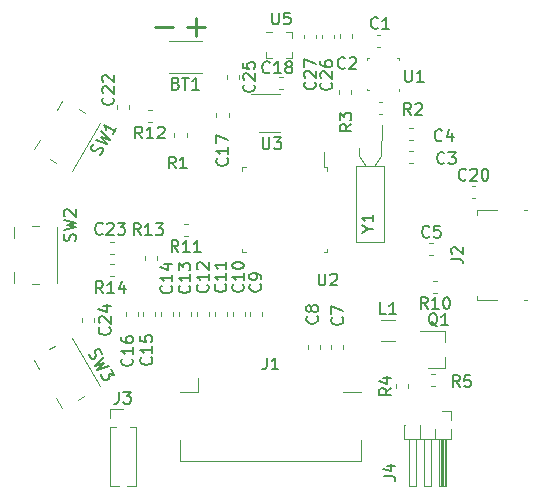
<source format=gbr>
G04 #@! TF.GenerationSoftware,KiCad,Pcbnew,5.1.8-1.fc33*
G04 #@! TF.CreationDate,2020-12-20T15:22:41+01:00*
G04 #@! TF.ProjectId,venom,76656e6f-6d2e-46b6-9963-61645f706362,rev?*
G04 #@! TF.SameCoordinates,Original*
G04 #@! TF.FileFunction,Legend,Top*
G04 #@! TF.FilePolarity,Positive*
%FSLAX46Y46*%
G04 Gerber Fmt 4.6, Leading zero omitted, Abs format (unit mm)*
G04 Created by KiCad (PCBNEW 5.1.8-1.fc33) date 2020-12-20 15:22:41*
%MOMM*%
%LPD*%
G01*
G04 APERTURE LIST*
%ADD10C,0.220000*%
%ADD11C,0.120000*%
%ADD12C,0.100000*%
%ADD13C,0.150000*%
G04 APERTURE END LIST*
D10*
X149728095Y-99482857D02*
X151251904Y-99482857D01*
X152400095Y-99456857D02*
X153923904Y-99456857D01*
X153162000Y-100218761D02*
X153162000Y-98694952D01*
D11*
X166755000Y-111274000D02*
X166755000Y-117674000D01*
X166755000Y-117674000D02*
X169155000Y-117674000D01*
X169155000Y-117674000D02*
X169155000Y-111274000D01*
X169155000Y-111274000D02*
X166755000Y-111274000D01*
X167605000Y-111274000D02*
X167005000Y-110374000D01*
X167005000Y-110374000D02*
X167005000Y-109702600D01*
X168305000Y-111274000D02*
X168905000Y-110374000D01*
X168905000Y-110374000D02*
X168910000Y-107797600D01*
D12*
X170370000Y-102120000D02*
X170220000Y-102120000D01*
X170370000Y-102130000D02*
X170370000Y-102280000D01*
X167670000Y-102130000D02*
X167670000Y-102280000D01*
X167670000Y-102130000D02*
X167820000Y-102130000D01*
X167820000Y-104830000D02*
X167670000Y-104830000D01*
X167670000Y-104830000D02*
X167670000Y-104680000D01*
X170370000Y-104680000D02*
X170370000Y-104930000D01*
D11*
X153350000Y-130410000D02*
X151860000Y-130410000D01*
X165670000Y-130410000D02*
X167160000Y-130410000D01*
X151860000Y-134470000D02*
X151860000Y-136210000D01*
X151860000Y-136210000D02*
X167160000Y-136210000D01*
X167160000Y-136210000D02*
X167160000Y-134470000D01*
X153350000Y-130410000D02*
X153350000Y-129210000D01*
X139482853Y-127649840D02*
X139945353Y-128450914D01*
X142687147Y-125799840D02*
X145037147Y-129870160D01*
X143723157Y-130744262D02*
X143246843Y-131019262D01*
X141273157Y-126500738D02*
X140796843Y-126775738D01*
X141370353Y-130919086D02*
X141832853Y-131720160D01*
X153692064Y-103400000D02*
X150887936Y-103400000D01*
X153692064Y-100680000D02*
X150887936Y-100680000D01*
X168818779Y-100150000D02*
X168493221Y-100150000D01*
X168818779Y-101170000D02*
X168493221Y-101170000D01*
X165400000Y-100422779D02*
X165400000Y-100097221D01*
X166420000Y-100422779D02*
X166420000Y-100097221D01*
X171257221Y-109930000D02*
X171582779Y-109930000D01*
X171257221Y-110950000D02*
X171582779Y-110950000D01*
X171277221Y-109060000D02*
X171602779Y-109060000D01*
X171277221Y-108040000D02*
X171602779Y-108040000D01*
X172967221Y-118790000D02*
X173292779Y-118790000D01*
X172967221Y-117770000D02*
X173292779Y-117770000D01*
X164630000Y-126762779D02*
X164630000Y-126437221D01*
X165650000Y-126762779D02*
X165650000Y-126437221D01*
X162720000Y-126742779D02*
X162720000Y-126417221D01*
X163740000Y-126742779D02*
X163740000Y-126417221D01*
X158830000Y-123942779D02*
X158830000Y-123617221D01*
X157810000Y-123942779D02*
X157810000Y-123617221D01*
X157320000Y-123942779D02*
X157320000Y-123617221D01*
X156300000Y-123942779D02*
X156300000Y-123617221D01*
X154790000Y-123942779D02*
X154790000Y-123617221D01*
X155810000Y-123942779D02*
X155810000Y-123617221D01*
X153280000Y-123932779D02*
X153280000Y-123607221D01*
X154300000Y-123932779D02*
X154300000Y-123607221D01*
X152790000Y-123932779D02*
X152790000Y-123607221D01*
X151770000Y-123932779D02*
X151770000Y-123607221D01*
X150260000Y-123932779D02*
X150260000Y-123607221D01*
X151280000Y-123932779D02*
X151280000Y-123607221D01*
X149770000Y-123932779D02*
X149770000Y-123607221D01*
X148750000Y-123932779D02*
X148750000Y-123607221D01*
X148260000Y-123932779D02*
X148260000Y-123607221D01*
X147240000Y-123932779D02*
X147240000Y-123607221D01*
X154938000Y-106771221D02*
X154938000Y-107096779D01*
X155958000Y-106771221D02*
X155958000Y-107096779D01*
X160563779Y-104708420D02*
X160238221Y-104708420D01*
X160563779Y-103688420D02*
X160238221Y-103688420D01*
X174308040Y-128374260D02*
X174308040Y-127444260D01*
X174308040Y-125214260D02*
X174308040Y-126144260D01*
X174308040Y-125214260D02*
X172148040Y-125214260D01*
X174308040Y-128374260D02*
X172848040Y-128374260D01*
X152402000Y-108439721D02*
X152402000Y-108765279D01*
X151382000Y-108439721D02*
X151382000Y-108765279D01*
X168992779Y-105860000D02*
X168667221Y-105860000D01*
X168992779Y-106880000D02*
X168667221Y-106880000D01*
X165280000Y-105102779D02*
X165280000Y-104777221D01*
X166300000Y-105102779D02*
X166300000Y-104777221D01*
X171126880Y-129676941D02*
X171126880Y-130002499D01*
X170106880Y-129676941D02*
X170106880Y-130002499D01*
X173141421Y-129841720D02*
X173466979Y-129841720D01*
X173141421Y-128821720D02*
X173466979Y-128821720D01*
X141872853Y-105739840D02*
X141410353Y-106540914D01*
X145077147Y-107589840D02*
X142727147Y-111660160D01*
X141313157Y-110959262D02*
X140836843Y-110684262D01*
X143763157Y-106715738D02*
X143286843Y-106440738D01*
X139985353Y-109009086D02*
X139522853Y-109810160D01*
X137760000Y-120205000D02*
X137760000Y-121130000D01*
X139885000Y-116330000D02*
X139335000Y-116330000D01*
X139885000Y-121230000D02*
X139335000Y-121230000D01*
X141460000Y-116430000D02*
X141460000Y-121130000D01*
X137760000Y-116430000D02*
X137760000Y-117355000D01*
X158510000Y-108390000D02*
X160310000Y-108390000D01*
X160310000Y-105170000D02*
X157860000Y-105170000D01*
X176960000Y-114970000D02*
X176960000Y-115350000D01*
X181010000Y-114970000D02*
X181270000Y-114970000D01*
X176960000Y-114970000D02*
X178730000Y-114970000D01*
X176960000Y-122590000D02*
X176960000Y-122210000D01*
X178730000Y-122590000D02*
X176960000Y-122590000D01*
X181270000Y-122590000D02*
X181010000Y-122590000D01*
X173612779Y-120940000D02*
X173287221Y-120940000D01*
X173612779Y-121960000D02*
X173287221Y-121960000D01*
X152512779Y-117160000D02*
X152187221Y-117160000D01*
X152512779Y-116140000D02*
X152187221Y-116140000D01*
X157100000Y-118250000D02*
X157100000Y-118550000D01*
X157100000Y-118550000D02*
X157400000Y-118550000D01*
X157100000Y-111630000D02*
X157100000Y-111330000D01*
X157100000Y-111330000D02*
X157400000Y-111330000D01*
X164320000Y-118250000D02*
X164320000Y-118550000D01*
X164320000Y-118550000D02*
X164020000Y-118550000D01*
X164320000Y-111630000D02*
X164320000Y-111330000D01*
X164320000Y-111330000D02*
X164020000Y-111330000D01*
X164020000Y-111330000D02*
X164020000Y-110015000D01*
X176537221Y-113960000D02*
X176862779Y-113960000D01*
X176537221Y-112940000D02*
X176862779Y-112940000D01*
X146500000Y-106432779D02*
X146500000Y-106107221D01*
X147520000Y-106432779D02*
X147520000Y-106107221D01*
X146252779Y-117710000D02*
X145927221Y-117710000D01*
X146252779Y-118730000D02*
X145927221Y-118730000D01*
X144600000Y-124107221D02*
X144600000Y-124432779D01*
X143580000Y-124107221D02*
X143580000Y-124432779D01*
X149442779Y-107530000D02*
X149117221Y-107530000D01*
X149442779Y-106510000D02*
X149117221Y-106510000D01*
X149930000Y-119162779D02*
X149930000Y-118837221D01*
X148910000Y-119162779D02*
X148910000Y-118837221D01*
X146252779Y-120540000D02*
X145927221Y-120540000D01*
X146252779Y-119520000D02*
X145927221Y-119520000D01*
X168847936Y-124240000D02*
X170052064Y-124240000D01*
X168847936Y-126060000D02*
X170052064Y-126060000D01*
X145902660Y-138368080D02*
X146705130Y-138368080D01*
X147320190Y-138368080D02*
X148122660Y-138368080D01*
X145902660Y-133353080D02*
X145902660Y-138368080D01*
X148122660Y-133353080D02*
X148122660Y-138368080D01*
X145902660Y-133353080D02*
X146449189Y-133353080D01*
X147576131Y-133353080D02*
X148122660Y-133353080D01*
X145902660Y-132593080D02*
X145902660Y-131833080D01*
X145902660Y-131833080D02*
X147012660Y-131833080D01*
X159100000Y-99900000D02*
X159100000Y-99900000D01*
X159600000Y-99900000D02*
X159100000Y-99900000D01*
X159100000Y-101600000D02*
X159100000Y-101600000D01*
X159100000Y-102100000D02*
X159100000Y-101600000D01*
X159600000Y-102100000D02*
X159100000Y-102100000D01*
X160800000Y-102100000D02*
X160800000Y-102100000D01*
X161300000Y-102100000D02*
X160800000Y-102100000D01*
X161300000Y-101600000D02*
X161300000Y-102100000D01*
X161300000Y-100400000D02*
X161300000Y-100400000D01*
X161300000Y-99900000D02*
X161300000Y-100400000D01*
X160800000Y-99900000D02*
X161300000Y-99900000D01*
X156810000Y-103559420D02*
X156810000Y-103840580D01*
X155790000Y-103559420D02*
X155790000Y-103840580D01*
X164900000Y-100405580D02*
X164900000Y-100124420D01*
X163880000Y-100405580D02*
X163880000Y-100124420D01*
X163380000Y-100400580D02*
X163380000Y-100119420D01*
X162360000Y-100400580D02*
X162360000Y-100119420D01*
X174763740Y-133530880D02*
X174763740Y-134330880D01*
X174763740Y-134330880D02*
X170833740Y-134330880D01*
X170833740Y-134330880D02*
X170833740Y-133210880D01*
X170833740Y-133210880D02*
X170909063Y-133210880D01*
X174328740Y-134330880D02*
X174328740Y-138330880D01*
X174328740Y-138330880D02*
X173808740Y-138330880D01*
X173808740Y-138330880D02*
X173808740Y-134330880D01*
X174268740Y-134330880D02*
X174268740Y-138330880D01*
X174148740Y-134330880D02*
X174148740Y-138330880D01*
X174028740Y-134330880D02*
X174028740Y-138330880D01*
X173908740Y-134330880D02*
X173908740Y-138330880D01*
X173433740Y-133530880D02*
X173433740Y-134330880D01*
X173058740Y-134330880D02*
X173058740Y-138330880D01*
X173058740Y-138330880D02*
X172538740Y-138330880D01*
X172538740Y-138330880D02*
X172538740Y-134330880D01*
X172163740Y-133210880D02*
X172163740Y-134330880D01*
X172179063Y-133210880D02*
X172148417Y-133210880D01*
X171788740Y-134330880D02*
X171788740Y-138330880D01*
X171788740Y-138330880D02*
X171268740Y-138330880D01*
X171268740Y-138330880D02*
X171268740Y-134330880D01*
X174068740Y-132010880D02*
X174828740Y-132010880D01*
X174828740Y-132010880D02*
X174828740Y-132770880D01*
D13*
X167743190Y-116554190D02*
X168219380Y-116554190D01*
X167219380Y-116887523D02*
X167743190Y-116554190D01*
X167219380Y-116220857D01*
X168219380Y-115363714D02*
X168219380Y-115935142D01*
X168219380Y-115649428D02*
X167219380Y-115649428D01*
X167362238Y-115744666D01*
X167457476Y-115839904D01*
X167505095Y-115935142D01*
X170898095Y-103122380D02*
X170898095Y-103931904D01*
X170945714Y-104027142D01*
X170993333Y-104074761D01*
X171088571Y-104122380D01*
X171279047Y-104122380D01*
X171374285Y-104074761D01*
X171421904Y-104027142D01*
X171469523Y-103931904D01*
X171469523Y-103122380D01*
X172469523Y-104122380D02*
X171898095Y-104122380D01*
X172183809Y-104122380D02*
X172183809Y-103122380D01*
X172088571Y-103265238D01*
X171993333Y-103360476D01*
X171898095Y-103408095D01*
X159176666Y-127462380D02*
X159176666Y-128176666D01*
X159129047Y-128319523D01*
X159033809Y-128414761D01*
X158890952Y-128462380D01*
X158795714Y-128462380D01*
X160176666Y-128462380D02*
X159605238Y-128462380D01*
X159890952Y-128462380D02*
X159890952Y-127462380D01*
X159795714Y-127605238D01*
X159700476Y-127700476D01*
X159605238Y-127748095D01*
X144142799Y-127127680D02*
X144172988Y-127275207D01*
X144292036Y-127481404D01*
X144380894Y-127540073D01*
X144445943Y-127557503D01*
X144552231Y-127551123D01*
X144634710Y-127503504D01*
X144693379Y-127414646D01*
X144710808Y-127349597D01*
X144704429Y-127243309D01*
X144650430Y-127054542D01*
X144644050Y-126948254D01*
X144661480Y-126883205D01*
X144720149Y-126794347D01*
X144802628Y-126746728D01*
X144908916Y-126740348D01*
X144973965Y-126757778D01*
X145062823Y-126816447D01*
X145181871Y-127022643D01*
X145212060Y-127170171D01*
X145419966Y-127435036D02*
X144672988Y-128141233D01*
X145386816Y-127949047D01*
X144863464Y-128471147D01*
X145848537Y-128177344D01*
X145991394Y-128424780D02*
X146300918Y-128960891D01*
X145804337Y-128862692D01*
X145875766Y-128986409D01*
X145882145Y-129092698D01*
X145864716Y-129157746D01*
X145806047Y-129246605D01*
X145599850Y-129365652D01*
X145493562Y-129372032D01*
X145428513Y-129354602D01*
X145339655Y-129295933D01*
X145196798Y-129048497D01*
X145190418Y-128942209D01*
X145207848Y-128877161D01*
X151504285Y-104248571D02*
X151647142Y-104296190D01*
X151694761Y-104343809D01*
X151742380Y-104439047D01*
X151742380Y-104581904D01*
X151694761Y-104677142D01*
X151647142Y-104724761D01*
X151551904Y-104772380D01*
X151170952Y-104772380D01*
X151170952Y-103772380D01*
X151504285Y-103772380D01*
X151599523Y-103820000D01*
X151647142Y-103867619D01*
X151694761Y-103962857D01*
X151694761Y-104058095D01*
X151647142Y-104153333D01*
X151599523Y-104200952D01*
X151504285Y-104248571D01*
X151170952Y-104248571D01*
X152028095Y-103772380D02*
X152599523Y-103772380D01*
X152313809Y-104772380D02*
X152313809Y-103772380D01*
X153456666Y-104772380D02*
X152885238Y-104772380D01*
X153170952Y-104772380D02*
X153170952Y-103772380D01*
X153075714Y-103915238D01*
X152980476Y-104010476D01*
X152885238Y-104058095D01*
X168603333Y-99547142D02*
X168555714Y-99594761D01*
X168412857Y-99642380D01*
X168317619Y-99642380D01*
X168174761Y-99594761D01*
X168079523Y-99499523D01*
X168031904Y-99404285D01*
X167984285Y-99213809D01*
X167984285Y-99070952D01*
X168031904Y-98880476D01*
X168079523Y-98785238D01*
X168174761Y-98690000D01*
X168317619Y-98642380D01*
X168412857Y-98642380D01*
X168555714Y-98690000D01*
X168603333Y-98737619D01*
X169555714Y-99642380D02*
X168984285Y-99642380D01*
X169270000Y-99642380D02*
X169270000Y-98642380D01*
X169174761Y-98785238D01*
X169079523Y-98880476D01*
X168984285Y-98928095D01*
X165823333Y-102937142D02*
X165775714Y-102984761D01*
X165632857Y-103032380D01*
X165537619Y-103032380D01*
X165394761Y-102984761D01*
X165299523Y-102889523D01*
X165251904Y-102794285D01*
X165204285Y-102603809D01*
X165204285Y-102460952D01*
X165251904Y-102270476D01*
X165299523Y-102175238D01*
X165394761Y-102080000D01*
X165537619Y-102032380D01*
X165632857Y-102032380D01*
X165775714Y-102080000D01*
X165823333Y-102127619D01*
X166204285Y-102127619D02*
X166251904Y-102080000D01*
X166347142Y-102032380D01*
X166585238Y-102032380D01*
X166680476Y-102080000D01*
X166728095Y-102127619D01*
X166775714Y-102222857D01*
X166775714Y-102318095D01*
X166728095Y-102460952D01*
X166156666Y-103032380D01*
X166775714Y-103032380D01*
X174233333Y-110967142D02*
X174185714Y-111014761D01*
X174042857Y-111062380D01*
X173947619Y-111062380D01*
X173804761Y-111014761D01*
X173709523Y-110919523D01*
X173661904Y-110824285D01*
X173614285Y-110633809D01*
X173614285Y-110490952D01*
X173661904Y-110300476D01*
X173709523Y-110205238D01*
X173804761Y-110110000D01*
X173947619Y-110062380D01*
X174042857Y-110062380D01*
X174185714Y-110110000D01*
X174233333Y-110157619D01*
X174566666Y-110062380D02*
X175185714Y-110062380D01*
X174852380Y-110443333D01*
X174995238Y-110443333D01*
X175090476Y-110490952D01*
X175138095Y-110538571D01*
X175185714Y-110633809D01*
X175185714Y-110871904D01*
X175138095Y-110967142D01*
X175090476Y-111014761D01*
X174995238Y-111062380D01*
X174709523Y-111062380D01*
X174614285Y-111014761D01*
X174566666Y-110967142D01*
X174033333Y-109047142D02*
X173985714Y-109094761D01*
X173842857Y-109142380D01*
X173747619Y-109142380D01*
X173604761Y-109094761D01*
X173509523Y-108999523D01*
X173461904Y-108904285D01*
X173414285Y-108713809D01*
X173414285Y-108570952D01*
X173461904Y-108380476D01*
X173509523Y-108285238D01*
X173604761Y-108190000D01*
X173747619Y-108142380D01*
X173842857Y-108142380D01*
X173985714Y-108190000D01*
X174033333Y-108237619D01*
X174890476Y-108475714D02*
X174890476Y-109142380D01*
X174652380Y-108094761D02*
X174414285Y-108809047D01*
X175033333Y-108809047D01*
X172963333Y-117207142D02*
X172915714Y-117254761D01*
X172772857Y-117302380D01*
X172677619Y-117302380D01*
X172534761Y-117254761D01*
X172439523Y-117159523D01*
X172391904Y-117064285D01*
X172344285Y-116873809D01*
X172344285Y-116730952D01*
X172391904Y-116540476D01*
X172439523Y-116445238D01*
X172534761Y-116350000D01*
X172677619Y-116302380D01*
X172772857Y-116302380D01*
X172915714Y-116350000D01*
X172963333Y-116397619D01*
X173868095Y-116302380D02*
X173391904Y-116302380D01*
X173344285Y-116778571D01*
X173391904Y-116730952D01*
X173487142Y-116683333D01*
X173725238Y-116683333D01*
X173820476Y-116730952D01*
X173868095Y-116778571D01*
X173915714Y-116873809D01*
X173915714Y-117111904D01*
X173868095Y-117207142D01*
X173820476Y-117254761D01*
X173725238Y-117302380D01*
X173487142Y-117302380D01*
X173391904Y-117254761D01*
X173344285Y-117207142D01*
X165567142Y-124066666D02*
X165614761Y-124114285D01*
X165662380Y-124257142D01*
X165662380Y-124352380D01*
X165614761Y-124495238D01*
X165519523Y-124590476D01*
X165424285Y-124638095D01*
X165233809Y-124685714D01*
X165090952Y-124685714D01*
X164900476Y-124638095D01*
X164805238Y-124590476D01*
X164710000Y-124495238D01*
X164662380Y-124352380D01*
X164662380Y-124257142D01*
X164710000Y-124114285D01*
X164757619Y-124066666D01*
X164662380Y-123733333D02*
X164662380Y-123066666D01*
X165662380Y-123495238D01*
X163447142Y-123966666D02*
X163494761Y-124014285D01*
X163542380Y-124157142D01*
X163542380Y-124252380D01*
X163494761Y-124395238D01*
X163399523Y-124490476D01*
X163304285Y-124538095D01*
X163113809Y-124585714D01*
X162970952Y-124585714D01*
X162780476Y-124538095D01*
X162685238Y-124490476D01*
X162590000Y-124395238D01*
X162542380Y-124252380D01*
X162542380Y-124157142D01*
X162590000Y-124014285D01*
X162637619Y-123966666D01*
X162970952Y-123395238D02*
X162923333Y-123490476D01*
X162875714Y-123538095D01*
X162780476Y-123585714D01*
X162732857Y-123585714D01*
X162637619Y-123538095D01*
X162590000Y-123490476D01*
X162542380Y-123395238D01*
X162542380Y-123204761D01*
X162590000Y-123109523D01*
X162637619Y-123061904D01*
X162732857Y-123014285D01*
X162780476Y-123014285D01*
X162875714Y-123061904D01*
X162923333Y-123109523D01*
X162970952Y-123204761D01*
X162970952Y-123395238D01*
X163018571Y-123490476D01*
X163066190Y-123538095D01*
X163161428Y-123585714D01*
X163351904Y-123585714D01*
X163447142Y-123538095D01*
X163494761Y-123490476D01*
X163542380Y-123395238D01*
X163542380Y-123204761D01*
X163494761Y-123109523D01*
X163447142Y-123061904D01*
X163351904Y-123014285D01*
X163161428Y-123014285D01*
X163066190Y-123061904D01*
X163018571Y-123109523D01*
X162970952Y-123204761D01*
X158637142Y-121256666D02*
X158684761Y-121304285D01*
X158732380Y-121447142D01*
X158732380Y-121542380D01*
X158684761Y-121685238D01*
X158589523Y-121780476D01*
X158494285Y-121828095D01*
X158303809Y-121875714D01*
X158160952Y-121875714D01*
X157970476Y-121828095D01*
X157875238Y-121780476D01*
X157780000Y-121685238D01*
X157732380Y-121542380D01*
X157732380Y-121447142D01*
X157780000Y-121304285D01*
X157827619Y-121256666D01*
X158732380Y-120780476D02*
X158732380Y-120590000D01*
X158684761Y-120494761D01*
X158637142Y-120447142D01*
X158494285Y-120351904D01*
X158303809Y-120304285D01*
X157922857Y-120304285D01*
X157827619Y-120351904D01*
X157780000Y-120399523D01*
X157732380Y-120494761D01*
X157732380Y-120685238D01*
X157780000Y-120780476D01*
X157827619Y-120828095D01*
X157922857Y-120875714D01*
X158160952Y-120875714D01*
X158256190Y-120828095D01*
X158303809Y-120780476D01*
X158351428Y-120685238D01*
X158351428Y-120494761D01*
X158303809Y-120399523D01*
X158256190Y-120351904D01*
X158160952Y-120304285D01*
X157167142Y-121272857D02*
X157214761Y-121320476D01*
X157262380Y-121463333D01*
X157262380Y-121558571D01*
X157214761Y-121701428D01*
X157119523Y-121796666D01*
X157024285Y-121844285D01*
X156833809Y-121891904D01*
X156690952Y-121891904D01*
X156500476Y-121844285D01*
X156405238Y-121796666D01*
X156310000Y-121701428D01*
X156262380Y-121558571D01*
X156262380Y-121463333D01*
X156310000Y-121320476D01*
X156357619Y-121272857D01*
X157262380Y-120320476D02*
X157262380Y-120891904D01*
X157262380Y-120606190D02*
X156262380Y-120606190D01*
X156405238Y-120701428D01*
X156500476Y-120796666D01*
X156548095Y-120891904D01*
X156262380Y-119701428D02*
X156262380Y-119606190D01*
X156310000Y-119510952D01*
X156357619Y-119463333D01*
X156452857Y-119415714D01*
X156643333Y-119368095D01*
X156881428Y-119368095D01*
X157071904Y-119415714D01*
X157167142Y-119463333D01*
X157214761Y-119510952D01*
X157262380Y-119606190D01*
X157262380Y-119701428D01*
X157214761Y-119796666D01*
X157167142Y-119844285D01*
X157071904Y-119891904D01*
X156881428Y-119939523D01*
X156643333Y-119939523D01*
X156452857Y-119891904D01*
X156357619Y-119844285D01*
X156310000Y-119796666D01*
X156262380Y-119701428D01*
X155677142Y-121272857D02*
X155724761Y-121320476D01*
X155772380Y-121463333D01*
X155772380Y-121558571D01*
X155724761Y-121701428D01*
X155629523Y-121796666D01*
X155534285Y-121844285D01*
X155343809Y-121891904D01*
X155200952Y-121891904D01*
X155010476Y-121844285D01*
X154915238Y-121796666D01*
X154820000Y-121701428D01*
X154772380Y-121558571D01*
X154772380Y-121463333D01*
X154820000Y-121320476D01*
X154867619Y-121272857D01*
X155772380Y-120320476D02*
X155772380Y-120891904D01*
X155772380Y-120606190D02*
X154772380Y-120606190D01*
X154915238Y-120701428D01*
X155010476Y-120796666D01*
X155058095Y-120891904D01*
X155772380Y-119368095D02*
X155772380Y-119939523D01*
X155772380Y-119653809D02*
X154772380Y-119653809D01*
X154915238Y-119749047D01*
X155010476Y-119844285D01*
X155058095Y-119939523D01*
X154167142Y-121302857D02*
X154214761Y-121350476D01*
X154262380Y-121493333D01*
X154262380Y-121588571D01*
X154214761Y-121731428D01*
X154119523Y-121826666D01*
X154024285Y-121874285D01*
X153833809Y-121921904D01*
X153690952Y-121921904D01*
X153500476Y-121874285D01*
X153405238Y-121826666D01*
X153310000Y-121731428D01*
X153262380Y-121588571D01*
X153262380Y-121493333D01*
X153310000Y-121350476D01*
X153357619Y-121302857D01*
X154262380Y-120350476D02*
X154262380Y-120921904D01*
X154262380Y-120636190D02*
X153262380Y-120636190D01*
X153405238Y-120731428D01*
X153500476Y-120826666D01*
X153548095Y-120921904D01*
X153357619Y-119969523D02*
X153310000Y-119921904D01*
X153262380Y-119826666D01*
X153262380Y-119588571D01*
X153310000Y-119493333D01*
X153357619Y-119445714D01*
X153452857Y-119398095D01*
X153548095Y-119398095D01*
X153690952Y-119445714D01*
X154262380Y-120017142D01*
X154262380Y-119398095D01*
X152637142Y-121372857D02*
X152684761Y-121420476D01*
X152732380Y-121563333D01*
X152732380Y-121658571D01*
X152684761Y-121801428D01*
X152589523Y-121896666D01*
X152494285Y-121944285D01*
X152303809Y-121991904D01*
X152160952Y-121991904D01*
X151970476Y-121944285D01*
X151875238Y-121896666D01*
X151780000Y-121801428D01*
X151732380Y-121658571D01*
X151732380Y-121563333D01*
X151780000Y-121420476D01*
X151827619Y-121372857D01*
X152732380Y-120420476D02*
X152732380Y-120991904D01*
X152732380Y-120706190D02*
X151732380Y-120706190D01*
X151875238Y-120801428D01*
X151970476Y-120896666D01*
X152018095Y-120991904D01*
X151732380Y-120087142D02*
X151732380Y-119468095D01*
X152113333Y-119801428D01*
X152113333Y-119658571D01*
X152160952Y-119563333D01*
X152208571Y-119515714D01*
X152303809Y-119468095D01*
X152541904Y-119468095D01*
X152637142Y-119515714D01*
X152684761Y-119563333D01*
X152732380Y-119658571D01*
X152732380Y-119944285D01*
X152684761Y-120039523D01*
X152637142Y-120087142D01*
X151097142Y-121382857D02*
X151144761Y-121430476D01*
X151192380Y-121573333D01*
X151192380Y-121668571D01*
X151144761Y-121811428D01*
X151049523Y-121906666D01*
X150954285Y-121954285D01*
X150763809Y-122001904D01*
X150620952Y-122001904D01*
X150430476Y-121954285D01*
X150335238Y-121906666D01*
X150240000Y-121811428D01*
X150192380Y-121668571D01*
X150192380Y-121573333D01*
X150240000Y-121430476D01*
X150287619Y-121382857D01*
X151192380Y-120430476D02*
X151192380Y-121001904D01*
X151192380Y-120716190D02*
X150192380Y-120716190D01*
X150335238Y-120811428D01*
X150430476Y-120906666D01*
X150478095Y-121001904D01*
X150525714Y-119573333D02*
X151192380Y-119573333D01*
X150144761Y-119811428D02*
X150859047Y-120049523D01*
X150859047Y-119430476D01*
X149407142Y-127452857D02*
X149454761Y-127500476D01*
X149502380Y-127643333D01*
X149502380Y-127738571D01*
X149454761Y-127881428D01*
X149359523Y-127976666D01*
X149264285Y-128024285D01*
X149073809Y-128071904D01*
X148930952Y-128071904D01*
X148740476Y-128024285D01*
X148645238Y-127976666D01*
X148550000Y-127881428D01*
X148502380Y-127738571D01*
X148502380Y-127643333D01*
X148550000Y-127500476D01*
X148597619Y-127452857D01*
X149502380Y-126500476D02*
X149502380Y-127071904D01*
X149502380Y-126786190D02*
X148502380Y-126786190D01*
X148645238Y-126881428D01*
X148740476Y-126976666D01*
X148788095Y-127071904D01*
X148502380Y-125595714D02*
X148502380Y-126071904D01*
X148978571Y-126119523D01*
X148930952Y-126071904D01*
X148883333Y-125976666D01*
X148883333Y-125738571D01*
X148930952Y-125643333D01*
X148978571Y-125595714D01*
X149073809Y-125548095D01*
X149311904Y-125548095D01*
X149407142Y-125595714D01*
X149454761Y-125643333D01*
X149502380Y-125738571D01*
X149502380Y-125976666D01*
X149454761Y-126071904D01*
X149407142Y-126119523D01*
X147777142Y-127552857D02*
X147824761Y-127600476D01*
X147872380Y-127743333D01*
X147872380Y-127838571D01*
X147824761Y-127981428D01*
X147729523Y-128076666D01*
X147634285Y-128124285D01*
X147443809Y-128171904D01*
X147300952Y-128171904D01*
X147110476Y-128124285D01*
X147015238Y-128076666D01*
X146920000Y-127981428D01*
X146872380Y-127838571D01*
X146872380Y-127743333D01*
X146920000Y-127600476D01*
X146967619Y-127552857D01*
X147872380Y-126600476D02*
X147872380Y-127171904D01*
X147872380Y-126886190D02*
X146872380Y-126886190D01*
X147015238Y-126981428D01*
X147110476Y-127076666D01*
X147158095Y-127171904D01*
X146872380Y-125743333D02*
X146872380Y-125933809D01*
X146920000Y-126029047D01*
X146967619Y-126076666D01*
X147110476Y-126171904D01*
X147300952Y-126219523D01*
X147681904Y-126219523D01*
X147777142Y-126171904D01*
X147824761Y-126124285D01*
X147872380Y-126029047D01*
X147872380Y-125838571D01*
X147824761Y-125743333D01*
X147777142Y-125695714D01*
X147681904Y-125648095D01*
X147443809Y-125648095D01*
X147348571Y-125695714D01*
X147300952Y-125743333D01*
X147253333Y-125838571D01*
X147253333Y-126029047D01*
X147300952Y-126124285D01*
X147348571Y-126171904D01*
X147443809Y-126219523D01*
X155825142Y-110596857D02*
X155872761Y-110644476D01*
X155920380Y-110787333D01*
X155920380Y-110882571D01*
X155872761Y-111025428D01*
X155777523Y-111120666D01*
X155682285Y-111168285D01*
X155491809Y-111215904D01*
X155348952Y-111215904D01*
X155158476Y-111168285D01*
X155063238Y-111120666D01*
X154968000Y-111025428D01*
X154920380Y-110882571D01*
X154920380Y-110787333D01*
X154968000Y-110644476D01*
X155015619Y-110596857D01*
X155920380Y-109644476D02*
X155920380Y-110215904D01*
X155920380Y-109930190D02*
X154920380Y-109930190D01*
X155063238Y-110025428D01*
X155158476Y-110120666D01*
X155206095Y-110215904D01*
X154920380Y-109311142D02*
X154920380Y-108644476D01*
X155920380Y-109073047D01*
X159438102Y-103295722D02*
X159390483Y-103343341D01*
X159247626Y-103390960D01*
X159152388Y-103390960D01*
X159009531Y-103343341D01*
X158914293Y-103248103D01*
X158866674Y-103152865D01*
X158819055Y-102962389D01*
X158819055Y-102819532D01*
X158866674Y-102629056D01*
X158914293Y-102533818D01*
X159009531Y-102438580D01*
X159152388Y-102390960D01*
X159247626Y-102390960D01*
X159390483Y-102438580D01*
X159438102Y-102486199D01*
X160390483Y-103390960D02*
X159819055Y-103390960D01*
X160104769Y-103390960D02*
X160104769Y-102390960D01*
X160009531Y-102533818D01*
X159914293Y-102629056D01*
X159819055Y-102676675D01*
X160961912Y-102819532D02*
X160866674Y-102771913D01*
X160819055Y-102724294D01*
X160771436Y-102629056D01*
X160771436Y-102581437D01*
X160819055Y-102486199D01*
X160866674Y-102438580D01*
X160961912Y-102390960D01*
X161152388Y-102390960D01*
X161247626Y-102438580D01*
X161295245Y-102486199D01*
X161342864Y-102581437D01*
X161342864Y-102629056D01*
X161295245Y-102724294D01*
X161247626Y-102771913D01*
X161152388Y-102819532D01*
X160961912Y-102819532D01*
X160866674Y-102867151D01*
X160819055Y-102914770D01*
X160771436Y-103010008D01*
X160771436Y-103200484D01*
X160819055Y-103295722D01*
X160866674Y-103343341D01*
X160961912Y-103390960D01*
X161152388Y-103390960D01*
X161247626Y-103343341D01*
X161295245Y-103295722D01*
X161342864Y-103200484D01*
X161342864Y-103010008D01*
X161295245Y-102914770D01*
X161247626Y-102867151D01*
X161152388Y-102819532D01*
X173640761Y-124799339D02*
X173545523Y-124751720D01*
X173450285Y-124656481D01*
X173307428Y-124513624D01*
X173212190Y-124466005D01*
X173116952Y-124466005D01*
X173164571Y-124704100D02*
X173069333Y-124656481D01*
X172974095Y-124561243D01*
X172926476Y-124370767D01*
X172926476Y-124037434D01*
X172974095Y-123846958D01*
X173069333Y-123751720D01*
X173164571Y-123704100D01*
X173355047Y-123704100D01*
X173450285Y-123751720D01*
X173545523Y-123846958D01*
X173593142Y-124037434D01*
X173593142Y-124370767D01*
X173545523Y-124561243D01*
X173450285Y-124656481D01*
X173355047Y-124704100D01*
X173164571Y-124704100D01*
X174545523Y-124704100D02*
X173974095Y-124704100D01*
X174259809Y-124704100D02*
X174259809Y-123704100D01*
X174164571Y-123846958D01*
X174069333Y-123942196D01*
X173974095Y-123989815D01*
X151471333Y-111450380D02*
X151138000Y-110974190D01*
X150899904Y-111450380D02*
X150899904Y-110450380D01*
X151280857Y-110450380D01*
X151376095Y-110498000D01*
X151423714Y-110545619D01*
X151471333Y-110640857D01*
X151471333Y-110783714D01*
X151423714Y-110878952D01*
X151376095Y-110926571D01*
X151280857Y-110974190D01*
X150899904Y-110974190D01*
X152423714Y-111450380D02*
X151852285Y-111450380D01*
X152138000Y-111450380D02*
X152138000Y-110450380D01*
X152042761Y-110593238D01*
X151947523Y-110688476D01*
X151852285Y-110736095D01*
X171403333Y-106922380D02*
X171070000Y-106446190D01*
X170831904Y-106922380D02*
X170831904Y-105922380D01*
X171212857Y-105922380D01*
X171308095Y-105970000D01*
X171355714Y-106017619D01*
X171403333Y-106112857D01*
X171403333Y-106255714D01*
X171355714Y-106350952D01*
X171308095Y-106398571D01*
X171212857Y-106446190D01*
X170831904Y-106446190D01*
X171784285Y-106017619D02*
X171831904Y-105970000D01*
X171927142Y-105922380D01*
X172165238Y-105922380D01*
X172260476Y-105970000D01*
X172308095Y-106017619D01*
X172355714Y-106112857D01*
X172355714Y-106208095D01*
X172308095Y-106350952D01*
X171736666Y-106922380D01*
X172355714Y-106922380D01*
X166362380Y-107686666D02*
X165886190Y-108020000D01*
X166362380Y-108258095D02*
X165362380Y-108258095D01*
X165362380Y-107877142D01*
X165410000Y-107781904D01*
X165457619Y-107734285D01*
X165552857Y-107686666D01*
X165695714Y-107686666D01*
X165790952Y-107734285D01*
X165838571Y-107781904D01*
X165886190Y-107877142D01*
X165886190Y-108258095D01*
X165362380Y-107353333D02*
X165362380Y-106734285D01*
X165743333Y-107067619D01*
X165743333Y-106924761D01*
X165790952Y-106829523D01*
X165838571Y-106781904D01*
X165933809Y-106734285D01*
X166171904Y-106734285D01*
X166267142Y-106781904D01*
X166314761Y-106829523D01*
X166362380Y-106924761D01*
X166362380Y-107210476D01*
X166314761Y-107305714D01*
X166267142Y-107353333D01*
X169725600Y-130041946D02*
X169249410Y-130375280D01*
X169725600Y-130613375D02*
X168725600Y-130613375D01*
X168725600Y-130232422D01*
X168773220Y-130137184D01*
X168820839Y-130089565D01*
X168916077Y-130041946D01*
X169058934Y-130041946D01*
X169154172Y-130089565D01*
X169201791Y-130137184D01*
X169249410Y-130232422D01*
X169249410Y-130613375D01*
X169058934Y-129184803D02*
X169725600Y-129184803D01*
X168677981Y-129422899D02*
X169392267Y-129660994D01*
X169392267Y-129041946D01*
X175527533Y-129954100D02*
X175194200Y-129477910D01*
X174956104Y-129954100D02*
X174956104Y-128954100D01*
X175337057Y-128954100D01*
X175432295Y-129001720D01*
X175479914Y-129049339D01*
X175527533Y-129144577D01*
X175527533Y-129287434D01*
X175479914Y-129382672D01*
X175432295Y-129430291D01*
X175337057Y-129477910D01*
X174956104Y-129477910D01*
X176432295Y-128954100D02*
X175956104Y-128954100D01*
X175908485Y-129430291D01*
X175956104Y-129382672D01*
X176051342Y-129335053D01*
X176289438Y-129335053D01*
X176384676Y-129382672D01*
X176432295Y-129430291D01*
X176479914Y-129525529D01*
X176479914Y-129763624D01*
X176432295Y-129858862D01*
X176384676Y-129906481D01*
X176289438Y-129954100D01*
X176051342Y-129954100D01*
X175956104Y-129906481D01*
X175908485Y-129858862D01*
X145083867Y-110307081D02*
X145196535Y-110207173D01*
X145315582Y-110000976D01*
X145321962Y-109894688D01*
X145304532Y-109829639D01*
X145245863Y-109740781D01*
X145163385Y-109693162D01*
X145057097Y-109686782D01*
X144992048Y-109704212D01*
X144903189Y-109762881D01*
X144766712Y-109904029D01*
X144677854Y-109962698D01*
X144612805Y-109980127D01*
X144506517Y-109973748D01*
X144424038Y-109926129D01*
X144365369Y-109837270D01*
X144347939Y-109772221D01*
X144354319Y-109665933D01*
X144473367Y-109459737D01*
X144586034Y-109359828D01*
X144711462Y-109047344D02*
X145696535Y-109341147D01*
X145173183Y-108819047D01*
X145887011Y-109011233D01*
X145140033Y-108305036D01*
X146458440Y-108021489D02*
X146172725Y-108516361D01*
X146315582Y-108268925D02*
X145449557Y-107768925D01*
X145525656Y-107922832D01*
X145560515Y-108052930D01*
X145554136Y-108159218D01*
X142954761Y-117583333D02*
X143002380Y-117440476D01*
X143002380Y-117202380D01*
X142954761Y-117107142D01*
X142907142Y-117059523D01*
X142811904Y-117011904D01*
X142716666Y-117011904D01*
X142621428Y-117059523D01*
X142573809Y-117107142D01*
X142526190Y-117202380D01*
X142478571Y-117392857D01*
X142430952Y-117488095D01*
X142383333Y-117535714D01*
X142288095Y-117583333D01*
X142192857Y-117583333D01*
X142097619Y-117535714D01*
X142050000Y-117488095D01*
X142002380Y-117392857D01*
X142002380Y-117154761D01*
X142050000Y-117011904D01*
X142002380Y-116678571D02*
X143002380Y-116440476D01*
X142288095Y-116250000D01*
X143002380Y-116059523D01*
X142002380Y-115821428D01*
X142097619Y-115488095D02*
X142050000Y-115440476D01*
X142002380Y-115345238D01*
X142002380Y-115107142D01*
X142050000Y-115011904D01*
X142097619Y-114964285D01*
X142192857Y-114916666D01*
X142288095Y-114916666D01*
X142430952Y-114964285D01*
X143002380Y-115535714D01*
X143002380Y-114916666D01*
X158854235Y-108812080D02*
X158854235Y-109621604D01*
X158901854Y-109716842D01*
X158949473Y-109764461D01*
X159044711Y-109812080D01*
X159235187Y-109812080D01*
X159330425Y-109764461D01*
X159378044Y-109716842D01*
X159425663Y-109621604D01*
X159425663Y-108812080D01*
X159806616Y-108812080D02*
X160425663Y-108812080D01*
X160092330Y-109193033D01*
X160235187Y-109193033D01*
X160330425Y-109240652D01*
X160378044Y-109288271D01*
X160425663Y-109383509D01*
X160425663Y-109621604D01*
X160378044Y-109716842D01*
X160330425Y-109764461D01*
X160235187Y-109812080D01*
X159949473Y-109812080D01*
X159854235Y-109764461D01*
X159806616Y-109716842D01*
X174822380Y-119113333D02*
X175536666Y-119113333D01*
X175679523Y-119160952D01*
X175774761Y-119256190D01*
X175822380Y-119399047D01*
X175822380Y-119494285D01*
X174917619Y-118684761D02*
X174870000Y-118637142D01*
X174822380Y-118541904D01*
X174822380Y-118303809D01*
X174870000Y-118208571D01*
X174917619Y-118160952D01*
X175012857Y-118113333D01*
X175108095Y-118113333D01*
X175250952Y-118160952D01*
X175822380Y-118732380D01*
X175822380Y-118113333D01*
X172807142Y-123332380D02*
X172473809Y-122856190D01*
X172235714Y-123332380D02*
X172235714Y-122332380D01*
X172616666Y-122332380D01*
X172711904Y-122380000D01*
X172759523Y-122427619D01*
X172807142Y-122522857D01*
X172807142Y-122665714D01*
X172759523Y-122760952D01*
X172711904Y-122808571D01*
X172616666Y-122856190D01*
X172235714Y-122856190D01*
X173759523Y-123332380D02*
X173188095Y-123332380D01*
X173473809Y-123332380D02*
X173473809Y-122332380D01*
X173378571Y-122475238D01*
X173283333Y-122570476D01*
X173188095Y-122618095D01*
X174378571Y-122332380D02*
X174473809Y-122332380D01*
X174569047Y-122380000D01*
X174616666Y-122427619D01*
X174664285Y-122522857D01*
X174711904Y-122713333D01*
X174711904Y-122951428D01*
X174664285Y-123141904D01*
X174616666Y-123237142D01*
X174569047Y-123284761D01*
X174473809Y-123332380D01*
X174378571Y-123332380D01*
X174283333Y-123284761D01*
X174235714Y-123237142D01*
X174188095Y-123141904D01*
X174140476Y-122951428D01*
X174140476Y-122713333D01*
X174188095Y-122522857D01*
X174235714Y-122427619D01*
X174283333Y-122380000D01*
X174378571Y-122332380D01*
X151707142Y-118532380D02*
X151373809Y-118056190D01*
X151135714Y-118532380D02*
X151135714Y-117532380D01*
X151516666Y-117532380D01*
X151611904Y-117580000D01*
X151659523Y-117627619D01*
X151707142Y-117722857D01*
X151707142Y-117865714D01*
X151659523Y-117960952D01*
X151611904Y-118008571D01*
X151516666Y-118056190D01*
X151135714Y-118056190D01*
X152659523Y-118532380D02*
X152088095Y-118532380D01*
X152373809Y-118532380D02*
X152373809Y-117532380D01*
X152278571Y-117675238D01*
X152183333Y-117770476D01*
X152088095Y-117818095D01*
X153611904Y-118532380D02*
X153040476Y-118532380D01*
X153326190Y-118532380D02*
X153326190Y-117532380D01*
X153230952Y-117675238D01*
X153135714Y-117770476D01*
X153040476Y-117818095D01*
X163576095Y-120356380D02*
X163576095Y-121165904D01*
X163623714Y-121261142D01*
X163671333Y-121308761D01*
X163766571Y-121356380D01*
X163957047Y-121356380D01*
X164052285Y-121308761D01*
X164099904Y-121261142D01*
X164147523Y-121165904D01*
X164147523Y-120356380D01*
X164576095Y-120451619D02*
X164623714Y-120404000D01*
X164718952Y-120356380D01*
X164957047Y-120356380D01*
X165052285Y-120404000D01*
X165099904Y-120451619D01*
X165147523Y-120546857D01*
X165147523Y-120642095D01*
X165099904Y-120784952D01*
X164528476Y-121356380D01*
X165147523Y-121356380D01*
X176057142Y-112377142D02*
X176009523Y-112424761D01*
X175866666Y-112472380D01*
X175771428Y-112472380D01*
X175628571Y-112424761D01*
X175533333Y-112329523D01*
X175485714Y-112234285D01*
X175438095Y-112043809D01*
X175438095Y-111900952D01*
X175485714Y-111710476D01*
X175533333Y-111615238D01*
X175628571Y-111520000D01*
X175771428Y-111472380D01*
X175866666Y-111472380D01*
X176009523Y-111520000D01*
X176057142Y-111567619D01*
X176438095Y-111567619D02*
X176485714Y-111520000D01*
X176580952Y-111472380D01*
X176819047Y-111472380D01*
X176914285Y-111520000D01*
X176961904Y-111567619D01*
X177009523Y-111662857D01*
X177009523Y-111758095D01*
X176961904Y-111900952D01*
X176390476Y-112472380D01*
X177009523Y-112472380D01*
X177628571Y-111472380D02*
X177723809Y-111472380D01*
X177819047Y-111520000D01*
X177866666Y-111567619D01*
X177914285Y-111662857D01*
X177961904Y-111853333D01*
X177961904Y-112091428D01*
X177914285Y-112281904D01*
X177866666Y-112377142D01*
X177819047Y-112424761D01*
X177723809Y-112472380D01*
X177628571Y-112472380D01*
X177533333Y-112424761D01*
X177485714Y-112377142D01*
X177438095Y-112281904D01*
X177390476Y-112091428D01*
X177390476Y-111853333D01*
X177438095Y-111662857D01*
X177485714Y-111567619D01*
X177533333Y-111520000D01*
X177628571Y-111472380D01*
X146167142Y-105452857D02*
X146214761Y-105500476D01*
X146262380Y-105643333D01*
X146262380Y-105738571D01*
X146214761Y-105881428D01*
X146119523Y-105976666D01*
X146024285Y-106024285D01*
X145833809Y-106071904D01*
X145690952Y-106071904D01*
X145500476Y-106024285D01*
X145405238Y-105976666D01*
X145310000Y-105881428D01*
X145262380Y-105738571D01*
X145262380Y-105643333D01*
X145310000Y-105500476D01*
X145357619Y-105452857D01*
X145357619Y-105071904D02*
X145310000Y-105024285D01*
X145262380Y-104929047D01*
X145262380Y-104690952D01*
X145310000Y-104595714D01*
X145357619Y-104548095D01*
X145452857Y-104500476D01*
X145548095Y-104500476D01*
X145690952Y-104548095D01*
X146262380Y-105119523D01*
X146262380Y-104500476D01*
X145357619Y-104119523D02*
X145310000Y-104071904D01*
X145262380Y-103976666D01*
X145262380Y-103738571D01*
X145310000Y-103643333D01*
X145357619Y-103595714D01*
X145452857Y-103548095D01*
X145548095Y-103548095D01*
X145690952Y-103595714D01*
X146262380Y-104167142D01*
X146262380Y-103548095D01*
X145287142Y-116957142D02*
X145239523Y-117004761D01*
X145096666Y-117052380D01*
X145001428Y-117052380D01*
X144858571Y-117004761D01*
X144763333Y-116909523D01*
X144715714Y-116814285D01*
X144668095Y-116623809D01*
X144668095Y-116480952D01*
X144715714Y-116290476D01*
X144763333Y-116195238D01*
X144858571Y-116100000D01*
X145001428Y-116052380D01*
X145096666Y-116052380D01*
X145239523Y-116100000D01*
X145287142Y-116147619D01*
X145668095Y-116147619D02*
X145715714Y-116100000D01*
X145810952Y-116052380D01*
X146049047Y-116052380D01*
X146144285Y-116100000D01*
X146191904Y-116147619D01*
X146239523Y-116242857D01*
X146239523Y-116338095D01*
X146191904Y-116480952D01*
X145620476Y-117052380D01*
X146239523Y-117052380D01*
X146572857Y-116052380D02*
X147191904Y-116052380D01*
X146858571Y-116433333D01*
X147001428Y-116433333D01*
X147096666Y-116480952D01*
X147144285Y-116528571D01*
X147191904Y-116623809D01*
X147191904Y-116861904D01*
X147144285Y-116957142D01*
X147096666Y-117004761D01*
X147001428Y-117052380D01*
X146715714Y-117052380D01*
X146620476Y-117004761D01*
X146572857Y-116957142D01*
X145877142Y-124912857D02*
X145924761Y-124960476D01*
X145972380Y-125103333D01*
X145972380Y-125198571D01*
X145924761Y-125341428D01*
X145829523Y-125436666D01*
X145734285Y-125484285D01*
X145543809Y-125531904D01*
X145400952Y-125531904D01*
X145210476Y-125484285D01*
X145115238Y-125436666D01*
X145020000Y-125341428D01*
X144972380Y-125198571D01*
X144972380Y-125103333D01*
X145020000Y-124960476D01*
X145067619Y-124912857D01*
X145067619Y-124531904D02*
X145020000Y-124484285D01*
X144972380Y-124389047D01*
X144972380Y-124150952D01*
X145020000Y-124055714D01*
X145067619Y-124008095D01*
X145162857Y-123960476D01*
X145258095Y-123960476D01*
X145400952Y-124008095D01*
X145972380Y-124579523D01*
X145972380Y-123960476D01*
X145305714Y-123103333D02*
X145972380Y-123103333D01*
X144924761Y-123341428D02*
X145639047Y-123579523D01*
X145639047Y-122960476D01*
X148637142Y-108902380D02*
X148303809Y-108426190D01*
X148065714Y-108902380D02*
X148065714Y-107902380D01*
X148446666Y-107902380D01*
X148541904Y-107950000D01*
X148589523Y-107997619D01*
X148637142Y-108092857D01*
X148637142Y-108235714D01*
X148589523Y-108330952D01*
X148541904Y-108378571D01*
X148446666Y-108426190D01*
X148065714Y-108426190D01*
X149589523Y-108902380D02*
X149018095Y-108902380D01*
X149303809Y-108902380D02*
X149303809Y-107902380D01*
X149208571Y-108045238D01*
X149113333Y-108140476D01*
X149018095Y-108188095D01*
X149970476Y-107997619D02*
X150018095Y-107950000D01*
X150113333Y-107902380D01*
X150351428Y-107902380D01*
X150446666Y-107950000D01*
X150494285Y-107997619D01*
X150541904Y-108092857D01*
X150541904Y-108188095D01*
X150494285Y-108330952D01*
X149922857Y-108902380D01*
X150541904Y-108902380D01*
X148507142Y-117092380D02*
X148173809Y-116616190D01*
X147935714Y-117092380D02*
X147935714Y-116092380D01*
X148316666Y-116092380D01*
X148411904Y-116140000D01*
X148459523Y-116187619D01*
X148507142Y-116282857D01*
X148507142Y-116425714D01*
X148459523Y-116520952D01*
X148411904Y-116568571D01*
X148316666Y-116616190D01*
X147935714Y-116616190D01*
X149459523Y-117092380D02*
X148888095Y-117092380D01*
X149173809Y-117092380D02*
X149173809Y-116092380D01*
X149078571Y-116235238D01*
X148983333Y-116330476D01*
X148888095Y-116378095D01*
X149792857Y-116092380D02*
X150411904Y-116092380D01*
X150078571Y-116473333D01*
X150221428Y-116473333D01*
X150316666Y-116520952D01*
X150364285Y-116568571D01*
X150411904Y-116663809D01*
X150411904Y-116901904D01*
X150364285Y-116997142D01*
X150316666Y-117044761D01*
X150221428Y-117092380D01*
X149935714Y-117092380D01*
X149840476Y-117044761D01*
X149792857Y-116997142D01*
X145327142Y-122012380D02*
X144993809Y-121536190D01*
X144755714Y-122012380D02*
X144755714Y-121012380D01*
X145136666Y-121012380D01*
X145231904Y-121060000D01*
X145279523Y-121107619D01*
X145327142Y-121202857D01*
X145327142Y-121345714D01*
X145279523Y-121440952D01*
X145231904Y-121488571D01*
X145136666Y-121536190D01*
X144755714Y-121536190D01*
X146279523Y-122012380D02*
X145708095Y-122012380D01*
X145993809Y-122012380D02*
X145993809Y-121012380D01*
X145898571Y-121155238D01*
X145803333Y-121250476D01*
X145708095Y-121298095D01*
X147136666Y-121345714D02*
X147136666Y-122012380D01*
X146898571Y-120964761D02*
X146660476Y-121679047D01*
X147279523Y-121679047D01*
X169283333Y-123782380D02*
X168807142Y-123782380D01*
X168807142Y-122782380D01*
X170140476Y-123782380D02*
X169569047Y-123782380D01*
X169854761Y-123782380D02*
X169854761Y-122782380D01*
X169759523Y-122925238D01*
X169664285Y-123020476D01*
X169569047Y-123068095D01*
X146679326Y-130350460D02*
X146679326Y-131064746D01*
X146631707Y-131207603D01*
X146536469Y-131302841D01*
X146393612Y-131350460D01*
X146298374Y-131350460D01*
X147060279Y-130350460D02*
X147679326Y-130350460D01*
X147345993Y-130731413D01*
X147488850Y-130731413D01*
X147584088Y-130779032D01*
X147631707Y-130826651D01*
X147679326Y-130921889D01*
X147679326Y-131159984D01*
X147631707Y-131255222D01*
X147584088Y-131302841D01*
X147488850Y-131350460D01*
X147203136Y-131350460D01*
X147107898Y-131302841D01*
X147060279Y-131255222D01*
X159638095Y-98252380D02*
X159638095Y-99061904D01*
X159685714Y-99157142D01*
X159733333Y-99204761D01*
X159828571Y-99252380D01*
X160019047Y-99252380D01*
X160114285Y-99204761D01*
X160161904Y-99157142D01*
X160209523Y-99061904D01*
X160209523Y-98252380D01*
X161161904Y-98252380D02*
X160685714Y-98252380D01*
X160638095Y-98728571D01*
X160685714Y-98680952D01*
X160780952Y-98633333D01*
X161019047Y-98633333D01*
X161114285Y-98680952D01*
X161161904Y-98728571D01*
X161209523Y-98823809D01*
X161209523Y-99061904D01*
X161161904Y-99157142D01*
X161114285Y-99204761D01*
X161019047Y-99252380D01*
X160780952Y-99252380D01*
X160685714Y-99204761D01*
X160638095Y-99157142D01*
X158087142Y-104342857D02*
X158134761Y-104390476D01*
X158182380Y-104533333D01*
X158182380Y-104628571D01*
X158134761Y-104771428D01*
X158039523Y-104866666D01*
X157944285Y-104914285D01*
X157753809Y-104961904D01*
X157610952Y-104961904D01*
X157420476Y-104914285D01*
X157325238Y-104866666D01*
X157230000Y-104771428D01*
X157182380Y-104628571D01*
X157182380Y-104533333D01*
X157230000Y-104390476D01*
X157277619Y-104342857D01*
X157277619Y-103961904D02*
X157230000Y-103914285D01*
X157182380Y-103819047D01*
X157182380Y-103580952D01*
X157230000Y-103485714D01*
X157277619Y-103438095D01*
X157372857Y-103390476D01*
X157468095Y-103390476D01*
X157610952Y-103438095D01*
X158182380Y-104009523D01*
X158182380Y-103390476D01*
X157182380Y-102485714D02*
X157182380Y-102961904D01*
X157658571Y-103009523D01*
X157610952Y-102961904D01*
X157563333Y-102866666D01*
X157563333Y-102628571D01*
X157610952Y-102533333D01*
X157658571Y-102485714D01*
X157753809Y-102438095D01*
X157991904Y-102438095D01*
X158087142Y-102485714D01*
X158134761Y-102533333D01*
X158182380Y-102628571D01*
X158182380Y-102866666D01*
X158134761Y-102961904D01*
X158087142Y-103009523D01*
X164637142Y-104182857D02*
X164684761Y-104230476D01*
X164732380Y-104373333D01*
X164732380Y-104468571D01*
X164684761Y-104611428D01*
X164589523Y-104706666D01*
X164494285Y-104754285D01*
X164303809Y-104801904D01*
X164160952Y-104801904D01*
X163970476Y-104754285D01*
X163875238Y-104706666D01*
X163780000Y-104611428D01*
X163732380Y-104468571D01*
X163732380Y-104373333D01*
X163780000Y-104230476D01*
X163827619Y-104182857D01*
X163827619Y-103801904D02*
X163780000Y-103754285D01*
X163732380Y-103659047D01*
X163732380Y-103420952D01*
X163780000Y-103325714D01*
X163827619Y-103278095D01*
X163922857Y-103230476D01*
X164018095Y-103230476D01*
X164160952Y-103278095D01*
X164732380Y-103849523D01*
X164732380Y-103230476D01*
X163732380Y-102373333D02*
X163732380Y-102563809D01*
X163780000Y-102659047D01*
X163827619Y-102706666D01*
X163970476Y-102801904D01*
X164160952Y-102849523D01*
X164541904Y-102849523D01*
X164637142Y-102801904D01*
X164684761Y-102754285D01*
X164732380Y-102659047D01*
X164732380Y-102468571D01*
X164684761Y-102373333D01*
X164637142Y-102325714D01*
X164541904Y-102278095D01*
X164303809Y-102278095D01*
X164208571Y-102325714D01*
X164160952Y-102373333D01*
X164113333Y-102468571D01*
X164113333Y-102659047D01*
X164160952Y-102754285D01*
X164208571Y-102801904D01*
X164303809Y-102849523D01*
X163257142Y-104142857D02*
X163304761Y-104190476D01*
X163352380Y-104333333D01*
X163352380Y-104428571D01*
X163304761Y-104571428D01*
X163209523Y-104666666D01*
X163114285Y-104714285D01*
X162923809Y-104761904D01*
X162780952Y-104761904D01*
X162590476Y-104714285D01*
X162495238Y-104666666D01*
X162400000Y-104571428D01*
X162352380Y-104428571D01*
X162352380Y-104333333D01*
X162400000Y-104190476D01*
X162447619Y-104142857D01*
X162447619Y-103761904D02*
X162400000Y-103714285D01*
X162352380Y-103619047D01*
X162352380Y-103380952D01*
X162400000Y-103285714D01*
X162447619Y-103238095D01*
X162542857Y-103190476D01*
X162638095Y-103190476D01*
X162780952Y-103238095D01*
X163352380Y-103809523D01*
X163352380Y-103190476D01*
X162352380Y-102857142D02*
X162352380Y-102190476D01*
X163352380Y-102619047D01*
X169081200Y-137526353D02*
X169795486Y-137526353D01*
X169938343Y-137573972D01*
X170033581Y-137669210D01*
X170081200Y-137812067D01*
X170081200Y-137907305D01*
X169414534Y-136621591D02*
X170081200Y-136621591D01*
X169033581Y-136859686D02*
X169747867Y-137097781D01*
X169747867Y-136478734D01*
M02*

</source>
